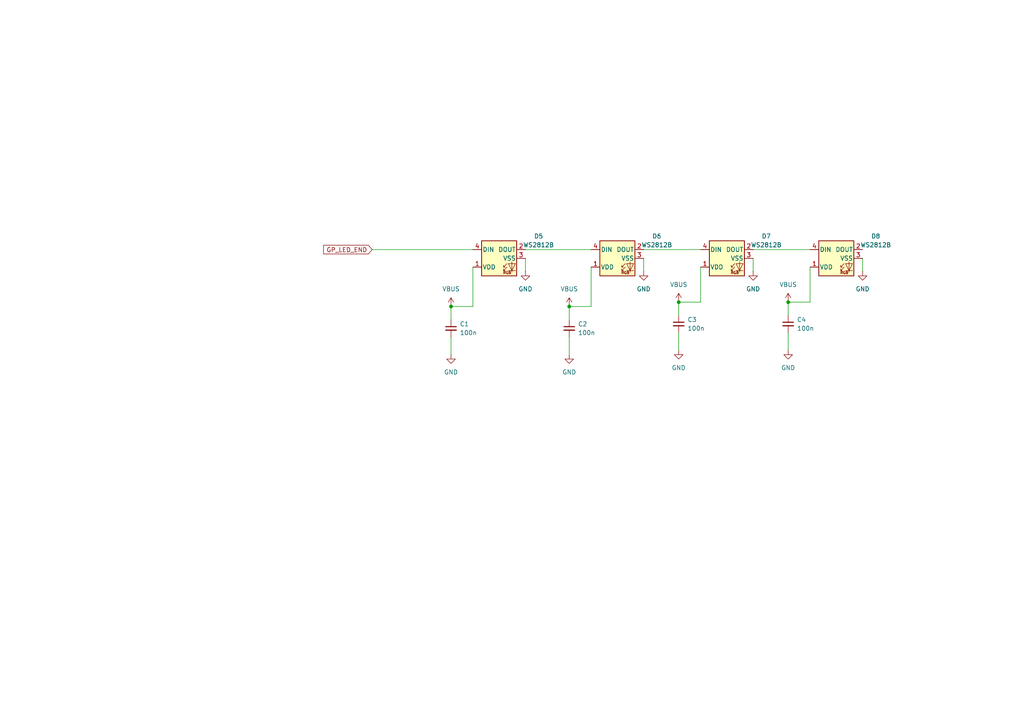
<source format=kicad_sch>
(kicad_sch (version 20250114) (generator "eeschema") (generator_version "9.0")
  (paper "A4")
  (lib_symbols
    (symbol "Device:C_Small" (pin_numbers (hide yes)) (pin_names (offset 0.254) (hide yes))
      (property "Reference" "C" (at 0.254 1.778 0))
      (property "Value" "C_Small" (at 0.254 -2.032 0))
      (symbol "C_Small_0_1"
        (polyline (pts (xy -1.524 0.508) (xy 1.524 0.508)) (stroke (width 0.3048)))
        (polyline (pts (xy -1.524 -0.508) (xy 1.524 -0.508)) (stroke (width 0.3302)))
      )
      (symbol "C_Small_1_1"
        (pin passive line (at 0 2.54 270) (length 2.032) (name "~") (number "1"))
        (pin passive line (at 0 -2.54 90) (length 2.032) (name "~") (number "2"))
      )
    )
    (symbol "LED:WS2812B" (pin_names (offset 0.254))
      (property "Reference" "D5" (at 11.43 6.4202 0))
      (property "Value" "WS2812B" (at 11.43 3.8802 0))
      (symbol "WS2812B_0_0"
        (text "RGB" (at 2.286 -4.191 0) (effects (font (size 0.762 0.762))))
      )
      (symbol "WS2812B_0_1"
        (polyline (pts (xy 1.27 -2.54) (xy 1.778 -2.54)))
        (polyline (pts (xy 1.27 -3.556) (xy 1.778 -3.556)))
        (polyline (pts (xy 2.286 -1.524) (xy 1.27 -2.54) (xy 1.27 -2.032)))
        (polyline (pts (xy 2.286 -2.54) (xy 1.27 -3.556) (xy 1.27 -3.048)))
        (polyline (pts (xy 3.683 -1.016) (xy 3.683 -3.556) (xy 3.683 -4.064)))
        (polyline (pts (xy 4.699 -1.524) (xy 2.667 -1.524) (xy 3.683 -3.556) (xy 4.699 -1.524)))
        (polyline (pts (xy 4.699 -3.556) (xy 2.667 -3.556)))
        (rectangle (start 5.08 5.08) (end -5.08 -5.08) (stroke (width 0.254)) (fill (type background)))
      )
      (symbol "WS2812B_1_1"
        (pin input line (at -7.62 2.54 0) (length 2.54) (name "DIN") (number "4"))
        (pin power_in line (at -7.62 -2.54 0) (length 2.54) (name "VDD") (number "1"))
        (pin output line (at 7.62 2.54 180) (length 2.54) (name "DOUT") (number "2"))
        (pin power_in line (at 7.62 0 180) (length 2.54) (name "VSS") (number "3"))
      )
    )
    (symbol "power:GND" (power) (pin_numbers (hide yes)) (pin_names (offset 0) (hide yes))
      (property "Value" "GND" (at 0 -3.81 0))
      (symbol "GND_0_1"
        (polyline (pts (xy 0 0) (xy 0 -1.27) (xy 1.27 -1.27) (xy 0 -2.54) (xy -1.27 -1.27) (xy 0 -1.27)))
      )
      (symbol "GND_1_1"
        (pin power_in line (at 0 0 270) (length 0) (name "~") (number "1"))
      )
    )
    (symbol "power:VBUS" (power) (pin_numbers (hide yes)) (pin_names (offset 0) (hide yes))
      (property "Value" "VBUS" (at 0 3.556 0))
      (symbol "VBUS_0_1"
        (polyline (pts (xy -0.762 1.27) (xy 0 2.54)))
        (polyline (pts (xy 0 2.54) (xy 0.762 1.27)))
        (polyline (pts (xy 0 0) (xy 0 2.54)))
      )
      (symbol "VBUS_1_1"
        (pin power_in line (at 0 0 90) (length 0) (name "~") (number "1"))
      )
    )
  )
  (junction (at 130.81 88.9))
  (junction (at 165.1 88.9))
  (junction (at 196.85 87.63))
  (junction (at 228.6 87.63))
  (wire (pts (xy 218.44 78.74) (xy 218.44 74.93)))
  (wire (pts (xy 218.44 72.39) (xy 234.95 72.39)))
  (wire (pts (xy 130.81 97.79) (xy 130.81 102.87)))
  (wire (pts (xy 137.16 88.9) (xy 130.81 88.9)))
  (wire (pts (xy 107.95 72.39) (xy 137.16 72.39)))
  (wire (pts (xy 152.4 78.74) (xy 152.4 74.93)))
  (wire (pts (xy 171.45 77.47) (xy 171.45 88.9)))
  (wire (pts (xy 186.69 78.74) (xy 186.69 74.93)))
  (wire (pts (xy 203.2 87.63) (xy 196.85 87.63)))
  (wire (pts (xy 196.85 87.63) (xy 196.85 91.44)))
  (wire (pts (xy 130.81 88.9) (xy 130.81 92.71)))
  (wire (pts (xy 165.1 97.79) (xy 165.1 102.87)))
  (wire (pts (xy 171.45 88.9) (xy 165.1 88.9)))
  (wire (pts (xy 250.19 78.74) (xy 250.19 74.93)))
  (wire (pts (xy 234.95 77.47) (xy 234.95 87.63)))
  (wire (pts (xy 186.69 72.39) (xy 203.2 72.39)))
  (wire (pts (xy 203.2 77.47) (xy 203.2 87.63)))
  (wire (pts (xy 196.85 96.52) (xy 196.85 101.6)))
  (wire (pts (xy 165.1 88.9) (xy 165.1 92.71)))
  (wire (pts (xy 228.6 87.63) (xy 228.6 91.44)))
  (wire (pts (xy 228.6 96.52) (xy 228.6 101.6)))
  (wire (pts (xy 152.4 72.39) (xy 171.45 72.39)))
  (wire (pts (xy 234.95 87.63) (xy 228.6 87.63)))
  (wire (pts (xy 137.16 77.47) (xy 137.16 88.9)))
  (global_label "GP_LED_END" (shape input) (at 107.95 72.39 180) (property "Intersheetrefs" "${INTERSHEET_REFS}" (effects (hide yes))))
  (symbol (lib_id "Device:C_Small") (at 228.6 93.98 0) (unit 1)
    (property "Reference" "C4" (at 231.14 92.7162 0) (effects (justify left)))
    (property "Value" "100n" (at 231.14 95.2562 0) (effects (justify left)))
    (property "Footprint" "Capacitor_SMD:C_0402_1005Metric" (effects (hide yes)))
    (property "Datasheet" "https://www.digikey.com.br/pt/products/detail/samsung-electro-mechanics/CL05B104KP5NNNC/3886660" (effects (hide yes)))
    (property "Description" "Unpolarized capacitor, small symbol" (effects (hide yes)))
  )
  (symbol (lib_id "power:GND") (at 152.4 78.74 0) (unit 1)
    (property "Reference" "#PWR018" (effects (hide yes)))
    (property "Value" "GND" (at 152.4 83.82 0))
    (property "Description" "Power symbol creates a global label with name \"GND\" , ground" (effects (hide yes)))
  )
  (symbol (lib_id "power:GND") (at 218.44 78.74 0) (unit 1)
    (property "Reference" "#PWR020" (effects (hide yes)))
    (property "Value" "GND" (at 218.44 83.82 0))
    (property "Description" "Power symbol creates a global label with name \"GND\" , ground" (effects (hide yes)))
  )
  (symbol (lib_id "power:GND") (at 196.85 101.6 0) (unit 1)
    (property "Reference" "#PWR015" (effects (hide yes)))
    (property "Value" "GND" (at 196.85 106.68 0))
    (property "Description" "Power symbol creates a global label with name \"GND\" , ground" (effects (hide yes)))
  )
  (symbol (lib_id "power:GND") (at 186.69 78.74 0) (unit 1)
    (property "Reference" "#PWR019" (effects (hide yes)))
    (property "Value" "GND" (at 186.69 83.82 0))
    (property "Description" "Power symbol creates a global label with name \"GND\" , ground" (effects (hide yes)))
  )
  (symbol (lib_id "power:VBUS") (at 130.81 88.9 0) (unit 1)
    (property "Reference" "#PWR09" (effects (hide yes)))
    (property "Value" "VBUS" (at 130.81 83.82 0))
    (property "Description" "Power symbol creates a global label with name \"VBUS\"" (effects (hide yes)))
  )
  (symbol (lib_id "Device:C_Small") (at 165.1 95.25 0) (unit 1)
    (property "Reference" "C2" (at 167.64 93.9862 0) (effects (justify left)))
    (property "Value" "100n" (at 167.64 96.5262 0) (effects (justify left)))
    (property "Footprint" "Capacitor_SMD:C_0402_1005Metric" (effects (hide yes)))
    (property "Datasheet" "https://www.digikey.com.br/pt/products/detail/samsung-electro-mechanics/CL05B104KP5NNNC/3886660" (effects (hide yes)))
    (property "Description" "Unpolarized capacitor, small symbol" (effects (hide yes)))
  )
  (symbol (lib_id "LED:WS2812B") (at 144.78 74.93 0) (unit 1)
    (property "Reference" "D5" (at 156.21 68.5098 0))
    (property "Value" "WS2812B" (at 156.21 71.0498 0))
    (property "Footprint" "LED_SMD:LED_WS2812B_PLCC4_5.0x5.0mm_P3.2mm" (effects (hide yes)))
    (property "Datasheet" "https://www.digikey.com.br/pt/products/detail/sparkfun-electronics/16347/11630204" (effects (hide yes)))
    (property "Description" "RGB LED with integrated controller" (effects (hide yes)))
  )
  (symbol (lib_id "Device:C_Small") (at 130.81 95.25 0) (unit 1)
    (property "Reference" "C1" (at 133.35 93.9862 0) (effects (justify left)))
    (property "Value" "100n" (at 133.35 96.5262 0) (effects (justify left)))
    (property "Footprint" "Capacitor_SMD:C_0402_1005Metric" (effects (hide yes)))
    (property "Datasheet" "https://www.digikey.com.br/pt/products/detail/samsung-electro-mechanics/CL05B104KP5NNNC/3886660" (effects (hide yes)))
    (property "Description" "Unpolarized capacitor, small symbol" (effects (hide yes)))
  )
  (symbol (lib_id "power:GND") (at 165.1 102.87 0) (unit 1)
    (property "Reference" "#PWR013" (effects (hide yes)))
    (property "Value" "GND" (at 165.1 107.95 0))
    (property "Description" "Power symbol creates a global label with name \"GND\" , ground" (effects (hide yes)))
  )
  (symbol (lib_id "LED:WS2812B") (at 210.82 74.93 0) (unit 1)
    (property "Reference" "D7" (at 222.25 68.5098 0))
    (property "Value" "WS2812B" (at 222.25 71.0498 0))
    (property "Footprint" "LED_SMD:LED_WS2812B_PLCC4_5.0x5.0mm_P3.2mm" (effects (hide yes)))
    (property "Datasheet" "https://www.digikey.com.br/pt/products/detail/sparkfun-electronics/16347/11630204" (effects (hide yes)))
    (property "Description" "RGB LED with integrated controller" (effects (hide yes)))
  )
  (symbol (lib_id "power:VBUS") (at 165.1 88.9 0) (unit 1)
    (property "Reference" "#PWR011" (effects (hide yes)))
    (property "Value" "VBUS" (at 165.1 83.82 0))
    (property "Description" "Power symbol creates a global label with name \"VBUS\"" (effects (hide yes)))
  )
  (symbol (lib_id "power:VBUS") (at 196.85 87.63 0) (unit 1)
    (property "Reference" "#PWR012" (effects (hide yes)))
    (property "Value" "VBUS" (at 196.85 82.55 0))
    (property "Description" "Power symbol creates a global label with name \"VBUS\"" (effects (hide yes)))
  )
  (symbol (lib_id "LED:WS2812B") (at 242.57 74.93 0) (unit 1)
    (property "Reference" "D8" (at 254 68.5098 0))
    (property "Value" "WS2812B" (at 254 71.0498 0))
    (property "Footprint" "LED_SMD:LED_WS2812B_PLCC4_5.0x5.0mm_P3.2mm" (effects (hide yes)))
    (property "Datasheet" "https://www.digikey.com.br/pt/products/detail/sparkfun-electronics/16347/11630204" (effects (hide yes)))
    (property "Description" "RGB LED with integrated controller" (effects (hide yes)))
  )
  (symbol (lib_id "power:GND") (at 250.19 78.74 0) (unit 1)
    (property "Reference" "#PWR021" (effects (hide yes)))
    (property "Value" "GND" (at 250.19 83.82 0))
    (property "Description" "Power symbol creates a global label with name \"GND\" , ground" (effects (hide yes)))
  )
  (symbol (lib_id "power:VBUS") (at 228.6 87.63 0) (unit 1)
    (property "Reference" "#PWR014" (effects (hide yes)))
    (property "Value" "VBUS" (at 228.6 82.55 0))
    (property "Description" "Power symbol creates a global label with name \"VBUS\"" (effects (hide yes)))
  )
  (symbol (lib_id "Device:C_Small") (at 196.85 93.98 0) (unit 1)
    (property "Reference" "C3" (at 199.39 92.7162 0) (effects (justify left)))
    (property "Value" "100n" (at 199.39 95.2562 0) (effects (justify left)))
    (property "Footprint" "Capacitor_SMD:C_0402_1005Metric" (effects (hide yes)))
    (property "Datasheet" "https://www.digikey.com.br/pt/products/detail/samsung-electro-mechanics/CL05B104KP5NNNC/3886660" (effects (hide yes)))
    (property "Description" "Unpolarized capacitor, small symbol" (effects (hide yes)))
  )
  (symbol (lib_id "LED:WS2812B") (at 179.07 74.93 0) (unit 1)
    (property "Reference" "D6" (at 190.5 68.5098 0))
    (property "Value" "WS2812B" (at 190.5 71.0498 0))
    (property "Footprint" "LED_SMD:LED_WS2812B_PLCC4_5.0x5.0mm_P3.2mm" (effects (hide yes)))
    (property "Datasheet" "https://www.digikey.com.br/pt/products/detail/sparkfun-electronics/16347/11630204" (effects (hide yes)))
    (property "Description" "RGB LED with integrated controller" (effects (hide yes)))
  )
  (symbol (lib_id "power:GND") (at 228.6 101.6 0) (unit 1)
    (property "Reference" "#PWR017" (effects (hide yes)))
    (property "Value" "GND" (at 228.6 106.68 0))
    (property "Description" "Power symbol creates a global label with name \"GND\" , ground" (effects (hide yes)))
  )
  (symbol (lib_id "power:GND") (at 130.81 102.87 0) (unit 1)
    (property "Reference" "#PWR010" (effects (hide yes)))
    (property "Value" "GND" (at 130.81 107.95 0))
    (property "Description" "Power symbol creates a global label with name \"GND\" , ground" (effects (hide yes)))
  )
)
</source>
